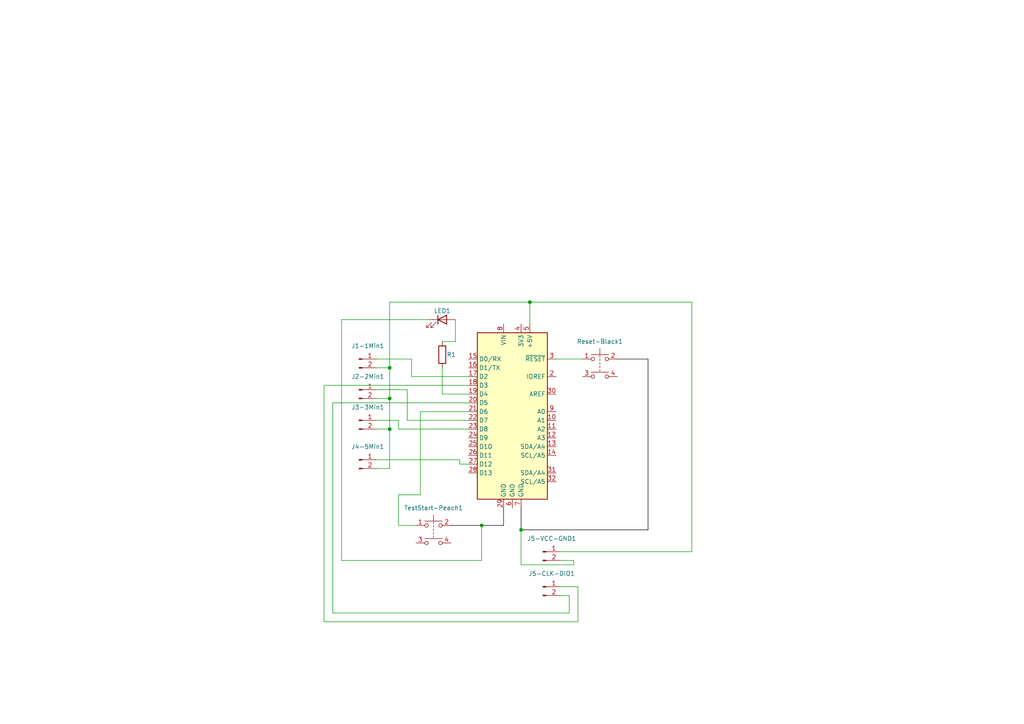
<source format=kicad_sch>
(kicad_sch (version 20211123) (generator eeschema)
  (paper "A4")
  (lib_symbols
    (symbol "Connector:Conn_01x02_Male" (pin_names (offset 1.016) hide)
      (property "Reference" "J" (at 0 2.54 0))
      (property "Value" "Conn_01x02_Male" (at 0 -5.08 0))
      (symbol "Conn_01x02_Male_1_1"
        (polyline (pts (xy 1.27 -2.54) (xy 0.8636 -2.54)) (stroke (width 0.1524)))
        (polyline (pts (xy 1.27 0) (xy 0.8636 0)) (stroke (width 0.1524)))
        (rectangle (start 0.8636 -2.413) (end 0 -2.667) (stroke (width 0.1524)) (fill (type outline)))
        (rectangle (start 0.8636 0.127) (end 0 -0.127) (stroke (width 0.1524)) (fill (type outline)))
        (pin passive line (at 5.08 0 180) (length 3.81) (name "Pin_1") (number "1"))
        (pin passive line (at 5.08 -2.54 180) (length 3.81) (name "Pin_2") (number "2"))
      )
    )
    (symbol "Device:LED" (pin_numbers hide) (pin_names (offset 1.016) hide)
      (property "Reference" "D" (at 0 2.54 0))
      (property "Value" "LED" (at 0 -2.54 0))
      (symbol "LED_0_1"
        (polyline (pts (xy -1.27 -1.27) (xy -1.27 1.27)) (stroke (width 0.254)))
        (polyline (pts (xy -1.27 0) (xy 1.27 0)))
        (polyline (pts (xy 1.27 -1.27) (xy 1.27 1.27) (xy -1.27 0) (xy 1.27 -1.27)) (stroke (width 0.254)))
        (polyline (pts (xy -3.048 -0.762) (xy -4.572 -2.286) (xy -3.81 -2.286) (xy -4.572 -2.286) (xy -4.572 -1.524)))
        (polyline (pts (xy -1.778 -0.762) (xy -3.302 -2.286) (xy -2.54 -2.286) (xy -3.302 -2.286) (xy -3.302 -1.524)))
      )
      (symbol "LED_1_1"
        (pin passive line (at -3.81 0 0) (length 2.54) (name "K") (number "1"))
        (pin passive line (at 3.81 0 180) (length 2.54) (name "A") (number "2"))
      )
    )
    (symbol "Device:R" (pin_numbers hide) (pin_names (offset 0))
      (property "Reference" "R" (at 2.032 0 90))
      (property "Value" "R" (at 0 0 90))
      (symbol "R_0_1"
        (rectangle (start -1.016 -2.54) (end 1.016 2.54) (stroke (width 0.254)))
      )
      (symbol "R_1_1"
        (pin passive line (at 0 3.81 270) (length 1.27) (name "~") (number "1"))
        (pin passive line (at 0 -3.81 90) (length 1.27) (name "~") (number "2"))
      )
    )
    (symbol "MCU_Module:Arduino_UNO_R3"
      (property "Reference" "A" (at -10.16 23.495 0))
      (property "Value" "Arduino_UNO_R3" (at 5.08 -26.67 0))
      (symbol "Arduino_UNO_R3_0_1"
        (rectangle (start -10.16 22.86) (end 10.16 -25.4) (stroke (width 0.254)) (fill (type background)))
      )
      (symbol "Arduino_UNO_R3_1_1"
        (pin no_connect line (at -10.16 -20.32 0) (length 2.54) hide (name "NC") (number "1"))
        (pin bidirectional line (at 12.7 -2.54 180) (length 2.54) (name "A1") (number "10"))
        (pin bidirectional line (at 12.7 -5.08 180) (length 2.54) (name "A2") (number "11"))
        (pin bidirectional line (at 12.7 -7.62 180) (length 2.54) (name "A3") (number "12"))
        (pin bidirectional line (at 12.7 -10.16 180) (length 2.54) (name "SDA/A4") (number "13"))
        (pin bidirectional line (at 12.7 -12.7 180) (length 2.54) (name "SCL/A5") (number "14"))
        (pin bidirectional line (at -12.7 15.24 0) (length 2.54) (name "D0/RX") (number "15"))
        (pin bidirectional line (at -12.7 12.7 0) (length 2.54) (name "D1/TX") (number "16"))
        (pin bidirectional line (at -12.7 10.16 0) (length 2.54) (name "D2") (number "17"))
        (pin bidirectional line (at -12.7 7.62 0) (length 2.54) (name "D3") (number "18"))
        (pin bidirectional line (at -12.7 5.08 0) (length 2.54) (name "D4") (number "19"))
        (pin output line (at 12.7 10.16 180) (length 2.54) (name "IOREF") (number "2"))
        (pin bidirectional line (at -12.7 2.54 0) (length 2.54) (name "D5") (number "20"))
        (pin bidirectional line (at -12.7 0 0) (length 2.54) (name "D6") (number "21"))
        (pin bidirectional line (at -12.7 -2.54 0) (length 2.54) (name "D7") (number "22"))
        (pin bidirectional line (at -12.7 -5.08 0) (length 2.54) (name "D8") (number "23"))
        (pin bidirectional line (at -12.7 -7.62 0) (length 2.54) (name "D9") (number "24"))
        (pin bidirectional line (at -12.7 -10.16 0) (length 2.54) (name "D10") (number "25"))
        (pin bidirectional line (at -12.7 -12.7 0) (length 2.54) (name "D11") (number "26"))
        (pin bidirectional line (at -12.7 -15.24 0) (length 2.54) (name "D12") (number "27"))
        (pin bidirectional line (at -12.7 -17.78 0) (length 2.54) (name "D13") (number "28"))
        (pin power_in line (at -2.54 -27.94 90) (length 2.54) (name "GND") (number "29"))
        (pin input line (at 12.7 15.24 180) (length 2.54) (name "~{RESET}") (number "3"))
        (pin input line (at 12.7 5.08 180) (length 2.54) (name "AREF") (number "30"))
        (pin bidirectional line (at 12.7 -17.78 180) (length 2.54) (name "SDA/A4") (number "31"))
        (pin bidirectional line (at 12.7 -20.32 180) (length 2.54) (name "SCL/A5") (number "32"))
        (pin power_out line (at 2.54 25.4 270) (length 2.54) (name "3V3") (number "4"))
        (pin power_out line (at 5.08 25.4 270) (length 2.54) (name "+5V") (number "5"))
        (pin power_in line (at 0 -27.94 90) (length 2.54) (name "GND") (number "6"))
        (pin power_in line (at 2.54 -27.94 90) (length 2.54) (name "GND") (number "7"))
        (pin power_in line (at -2.54 25.4 270) (length 2.54) (name "VIN") (number "8"))
        (pin bidirectional line (at 12.7 0 180) (length 2.54) (name "A0") (number "9"))
      )
    )
    (symbol "Switch:SW_Push_Dual" (pin_names (offset 1.016) hide)
      (property "Reference" "SW" (at 1.27 2.54 0))
      (property "Value" "SW_Push_Dual" (at 0 -6.858 0))
      (symbol "SW_Push_Dual_0_1"
        (circle (center -2.032 -5.08) (radius 0.508))
        (circle (center -2.032 0) (radius 0.508))
        (polyline (pts (xy 0 -3.048) (xy 0 -3.556)))
        (polyline (pts (xy 0 -2.032) (xy 0 -2.54)))
        (polyline (pts (xy 0 -1.524) (xy 0 -1.016)))
        (polyline (pts (xy 0 -0.508) (xy 0 0)))
        (polyline (pts (xy 0 0.508) (xy 0 1.016)))
        (polyline (pts (xy 0 1.27) (xy 0 3.048)))
        (polyline (pts (xy 2.54 -3.81) (xy -2.54 -3.81)))
        (polyline (pts (xy 2.54 1.27) (xy -2.54 1.27)))
        (circle (center 2.032 -5.08) (radius 0.508))
        (circle (center 2.032 0) (radius 0.508))
        (pin passive line (at -5.08 0 0) (length 2.54) (name "1") (number "1"))
        (pin passive line (at 5.08 0 180) (length 2.54) (name "2") (number "2"))
        (pin passive line (at -5.08 -5.08 0) (length 2.54) (name "3") (number "3"))
        (pin passive line (at 5.08 -5.08 180) (length 2.54) (name "4") (number "4"))
      )
    )
  )
  (junction (at 113.03 124.46))
  (junction (at 139.7 152.4))
  (junction (at 113.03 106.68))
  (junction (at 153.67 87.63))
  (junction (at 151.13 153.67))
  (junction (at 113.03 115.57))
  (wire (pts (xy 121.92 119.38) (xy 121.92 143.51)))
  (wire (pts (xy 128.27 106.68) (xy 128.27 114.3)))
  (wire (pts (xy 133.35 134.62) (xy 135.89 134.62)))
  (wire (pts (xy 167.64 180.34) (xy 93.98 180.34)))
  (wire (pts (xy 165.1 172.72) (xy 165.1 177.8)))
  (wire (pts (xy 166.37 163.83) (xy 151.13 163.83)))
  (wire (pts (xy 109.22 124.46) (xy 113.03 124.46)))
  (wire (pts (xy 139.7 152.4) (xy 146.05 152.4)) (stroke (width 0) (color 0 0 0 1)))
  (wire (pts (xy 162.56 172.72) (xy 165.1 172.72)))
  (wire (pts (xy 135.89 121.92) (xy 118.11 121.92)))
  (wire (pts (xy 153.67 87.63) (xy 113.03 87.63)))
  (wire (pts (xy 109.22 106.68) (xy 113.03 106.68)))
  (wire (pts (xy 130.81 152.4) (xy 139.7 152.4)) (stroke (width 0) (color 0 0 0 1)))
  (wire (pts (xy 93.98 111.76) (xy 135.89 111.76)))
  (wire (pts (xy 96.52 177.8) (xy 96.52 116.84)))
  (wire (pts (xy 162.56 170.18) (xy 167.64 170.18)))
  (wire (pts (xy 162.56 160.02) (xy 200.66 160.02)))
  (wire (pts (xy 115.57 124.46) (xy 135.89 124.46)))
  (wire (pts (xy 132.08 99.06) (xy 132.08 92.71)))
  (wire (pts (xy 109.22 133.35) (xy 133.35 133.35)))
  (wire (pts (xy 115.57 143.51) (xy 115.57 152.4)))
  (wire (pts (xy 135.89 109.22) (xy 119.38 109.22)))
  (wire (pts (xy 161.29 104.14) (xy 168.91 104.14)))
  (wire (pts (xy 124.46 92.71) (xy 99.06 92.71)))
  (wire (pts (xy 115.57 124.46) (xy 115.57 121.92)))
  (wire (pts (xy 93.98 180.34) (xy 93.98 111.76)))
  (wire (pts (xy 118.11 113.03) (xy 109.22 113.03)))
  (wire (pts (xy 166.37 162.56) (xy 166.37 163.83)))
  (wire (pts (xy 113.03 135.89) (xy 109.22 135.89)))
  (wire (pts (xy 128.27 99.06) (xy 132.08 99.06)))
  (wire (pts (xy 113.03 106.68) (xy 113.03 115.57)))
  (wire (pts (xy 139.7 162.56) (xy 139.7 152.4)))
  (wire (pts (xy 109.22 115.57) (xy 113.03 115.57)))
  (wire (pts (xy 162.56 162.56) (xy 166.37 162.56)))
  (wire (pts (xy 200.66 87.63) (xy 200.66 160.02)))
  (wire (pts (xy 167.64 170.18) (xy 167.64 180.34)))
  (wire (pts (xy 113.03 87.63) (xy 113.03 106.68)))
  (wire (pts (xy 187.96 153.67) (xy 187.96 104.14)) (stroke (width 0) (color 0 0 0 1)))
  (wire (pts (xy 135.89 114.3) (xy 128.27 114.3)))
  (wire (pts (xy 121.92 143.51) (xy 115.57 143.51)))
  (wire (pts (xy 113.03 115.57) (xy 113.03 124.46)))
  (wire (pts (xy 146.05 147.32) (xy 146.05 152.4)) (stroke (width 0) (color 0 0 0 1)))
  (wire (pts (xy 135.89 119.38) (xy 121.92 119.38)))
  (wire (pts (xy 187.96 104.14) (xy 179.07 104.14)) (stroke (width 0) (color 0 0 0 1)))
  (wire (pts (xy 151.13 153.67) (xy 151.13 163.83)))
  (wire (pts (xy 119.38 109.22) (xy 119.38 104.14)))
  (wire (pts (xy 151.13 147.32) (xy 151.13 153.67)) (stroke (width 0) (color 0 0 0 1)))
  (wire (pts (xy 96.52 116.84) (xy 135.89 116.84)))
  (wire (pts (xy 153.67 93.98) (xy 153.67 87.63)))
  (wire (pts (xy 113.03 124.46) (xy 113.03 135.89)))
  (wire (pts (xy 115.57 121.92) (xy 109.22 121.92)))
  (wire (pts (xy 119.38 104.14) (xy 109.22 104.14)))
  (wire (pts (xy 133.35 133.35) (xy 133.35 134.62)))
  (wire (pts (xy 118.11 121.92) (xy 118.11 113.03)))
  (wire (pts (xy 200.66 87.63) (xy 153.67 87.63)))
  (wire (pts (xy 165.1 177.8) (xy 96.52 177.8)))
  (wire (pts (xy 99.06 162.56) (xy 139.7 162.56)))
  (wire (pts (xy 115.57 152.4) (xy 120.65 152.4)))
  (wire (pts (xy 99.06 92.71) (xy 99.06 162.56)))
  (wire (pts (xy 151.13 153.67) (xy 187.96 153.67)) (stroke (width 0) (color 0 0 0 1)))
  (symbol (lib_id "Device:R") (at 128.27 102.87 0) (unit 1)
    (property "Reference" "R1" (at 129.54 102.87 0) (effects (justify left)))
    (property "Value" "R" (effects hide))
    (property "Footprint" "Connector_PinHeader_2.00mm:PinHeader_1x02_P2.00mm_Vertical" (effects hide))
  )
  (symbol (lib_id "Switch:SW_Push_Dual") (at 125.73 152.4 0) (unit 1)
    (property "Reference" "TestStart-Peach1" (at 125.73 147.32 0))
    (property "Value" "SW_Push_Dual" (effects hide))
    (property "Footprint" "Button_Switch_THT:SW_PUSH_6mm" (effects hide))
  )
  (symbol (lib_id "Connector:Conn_01x02_Male") (at 104.14 121.92 0) (unit 1)
    (property "Reference" "J3-3Min1" (at 106.68 118.11 0))
    (property "Value" "Conn_01x02_Male" (effects hide))
    (property "Footprint" "Connector_PinHeader_2.00mm:PinHeader_1x02_P2.00mm_Vertical" (effects hide))
  )
  (symbol (lib_id "Switch:SW_Push_Dual") (at 173.99 104.14 0) (unit 1)
    (property "Reference" "Reset-Black1" (at 173.99 99.06 0))
    (property "Value" "SW_Push_Dual" (effects hide))
    (property "Footprint" "Button_Switch_THT:SW_PUSH_6mm" (effects hide))
  )
  (symbol (lib_id "Connector:Conn_01x02_Male") (at 104.14 113.03 0) (unit 1)
    (property "Reference" "J2-2Min1" (at 106.68 109.22 0))
    (property "Value" "Conn_01x02_Male" (effects hide))
    (property "Footprint" "Connector_PinHeader_2.00mm:PinHeader_1x02_P2.00mm_Vertical" (effects hide))
  )
  (symbol (lib_id "Device:LED") (at 128.27 92.71 0) (unit 1)
    (property "Reference" "LED1" (at 128.27 90.17 0))
    (property "Value" "LED" (effects hide))
    (property "Footprint" "Connector_PinHeader_2.00mm:PinHeader_1x02_P2.00mm_Vertical" (effects hide))
  )
  (symbol (lib_id "Connector:Conn_01x02_Male") (at 104.14 133.35 0) (unit 1)
    (property "Reference" "J4-5Min1" (at 106.68 129.54 0))
    (property "Value" "Conn_01x02_Male" (effects hide))
    (property "Footprint" "Connector_PinHeader_2.00mm:PinHeader_1x02_P2.00mm_Vertical" (effects hide))
  )
  (symbol (lib_id "MCU_Module:Arduino_UNO_R3") (at 148.59 119.38 0) (unit 1)
    (property "Reference" "A1" (effects hide))
    (property "Value" "Arduino_UNO_R3" (effects hide))
    (property "Footprint" "Module:Arduino_UNO_R3" (effects hide))
    (property "Datasheet" "https://www.arduino.cc/en/Main/arduinoBoardUno" (effects hide))
  )
  (symbol (lib_id "Connector:Conn_01x02_Male") (at 157.48 160.02 0) (unit 1)
    (property "Reference" "J5-VCC-GND1" (at 160.02 156.21 0))
    (property "Value" "Conn_01x02_Male" (effects hide))
    (property "Footprint" "Connector_PinHeader_2.00mm:PinHeader_1x02_P2.00mm_Vertical" (effects hide))
  )
  (symbol (lib_id "Connector:Conn_01x02_Male") (at 157.48 170.18 0) (unit 1)
    (property "Reference" "J5-CLK-DIO1" (at 160.02 166.37 0))
    (property "Value" "Conn_01x02_Male" (effects hide))
    (property "Footprint" "Connector_PinHeader_2.00mm:PinHeader_1x02_P2.00mm_Vertical" (effects hide))
  )
  (symbol (lib_id "Connector:Conn_01x02_Male") (at 104.14 104.14 0) (unit 1)
    (property "Reference" "J1-1Min1" (at 106.68 100.33 0))
    (property "Value" "Conn_01x02_Male" (effects hide))
    (property "Footprint" "Connector_PinHeader_2.00mm:PinHeader_1x02_P2.00mm_Vertical" (effects hide))
  )
)
</source>
